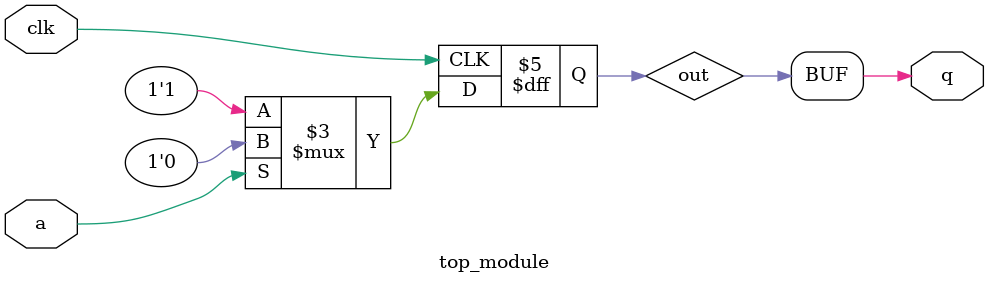
<source format=v>
/*
Sim/circuit7
This is a sequential circuit. 
Read the simulation waveforms to determine what the circuit does, then implement it.
*/

/*
The behavior of the output in the waveforms:
q is asserted when a is 0
q is deasserted when a is 1
*/

module top_module (
    input clk,
    input a,
    output q 
);

  // creating the dff
  reg out;

  // capturing the logic in the waveforms
  always @ (posedge clk) begin
    if (a) begin 
      out <= 0; // deassert q when a is 1
    end
    else begin
      out <= 1;
    end
  end

  // driving the output with the register
  assign q = out;

endmodule

</source>
